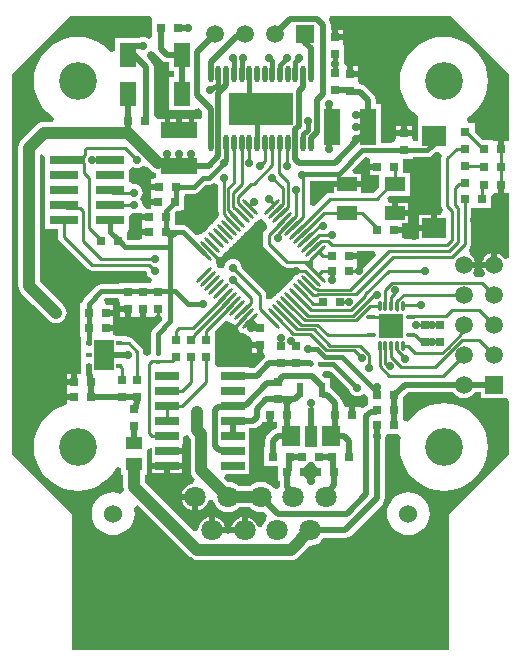
<source format=gtl>
G04*
G04 #@! TF.GenerationSoftware,Altium Limited,Altium Designer,20.0.13 (296)*
G04*
G04 Layer_Physical_Order=1*
G04 Layer_Color=255*
%FSLAX25Y25*%
%MOIN*%
G70*
G01*
G75*
%ADD11C,0.01000*%
%ADD12C,0.02000*%
%ADD20R,0.07874X0.07087*%
%ADD21R,0.02953X0.03150*%
%ADD22R,0.03150X0.03150*%
%ADD23R,0.03150X0.02953*%
%ADD24O,0.03347X0.01181*%
%ADD25O,0.01181X0.03347*%
%ADD26R,0.07087X0.04724*%
%ADD27R,0.09449X0.02992*%
%ADD28R,0.21654X0.11024*%
%ADD29O,0.01772X0.05512*%
%ADD30R,0.05500X0.04200*%
%ADD31R,0.01772X0.01772*%
%ADD32R,0.05500X0.08000*%
%ADD33R,0.12000X0.05400*%
%ADD34R,0.05400X0.12000*%
G04:AMPARAMS|DCode=35|XSize=11.81mil|YSize=70.87mil|CornerRadius=0mil|HoleSize=0mil|Usage=FLASHONLY|Rotation=315.000|XOffset=0mil|YOffset=0mil|HoleType=Round|Shape=Round|*
%AMOVALD35*
21,1,0.05906,0.01181,0.00000,0.00000,45.0*
1,1,0.01181,-0.02088,-0.02088*
1,1,0.01181,0.02088,0.02088*
%
%ADD35OVALD35*%

G04:AMPARAMS|DCode=36|XSize=11.81mil|YSize=70.87mil|CornerRadius=0mil|HoleSize=0mil|Usage=FLASHONLY|Rotation=225.000|XOffset=0mil|YOffset=0mil|HoleType=Round|Shape=Round|*
%AMOVALD36*
21,1,0.05906,0.01181,0.00000,0.00000,315.0*
1,1,0.01181,-0.02088,0.02088*
1,1,0.01181,0.02088,-0.02088*
%
%ADD36OVALD36*%

%ADD37R,0.08000X0.02600*%
G04:AMPARAMS|DCode=38|XSize=68.9mil|YSize=98.43mil|CornerRadius=3.45mil|HoleSize=0mil|Usage=FLASHONLY|Rotation=180.000|XOffset=0mil|YOffset=0mil|HoleType=Round|Shape=RoundedRectangle|*
%AMROUNDEDRECTD38*
21,1,0.06890,0.09153,0,0,180.0*
21,1,0.06201,0.09843,0,0,180.0*
1,1,0.00689,-0.03100,0.04577*
1,1,0.00689,0.03100,0.04577*
1,1,0.00689,0.03100,-0.04577*
1,1,0.00689,-0.03100,-0.04577*
%
%ADD38ROUNDEDRECTD38*%
%ADD39R,0.01968X0.01772*%
%ADD40R,0.01772X0.01772*%
%ADD41R,0.02362X0.05118*%
%ADD42R,0.06400X0.07000*%
%ADD72R,0.07874X0.07874*%
%ADD73C,0.01500*%
%ADD74C,0.04000*%
%ADD75C,0.01700*%
%ADD76C,0.05906*%
%ADD77R,0.05906X0.05906*%
%ADD78C,0.07087*%
%ADD79C,0.06000*%
%ADD80R,0.05906X0.05906*%
%ADD81C,0.02756*%
%ADD82C,0.03150*%
%ADD83C,0.12598*%
G36*
X47169Y165075D02*
Y159008D01*
X46053Y158053D01*
X45451Y158514D01*
X44751Y158804D01*
X44000Y158903D01*
X43249Y158804D01*
X42633Y158549D01*
X39100D01*
X38854Y158500D01*
X34850D01*
Y154320D01*
X33350Y153766D01*
X32599Y154646D01*
X30851Y156138D01*
X28892Y157339D01*
X26769Y158218D01*
X24535Y158755D01*
X22244Y158935D01*
X19953Y158755D01*
X17719Y158218D01*
X15596Y157339D01*
X13637Y156138D01*
X11890Y154646D01*
X10397Y152899D01*
X9197Y150939D01*
X8317Y148817D01*
X7781Y146582D01*
X7600Y144291D01*
X7781Y142001D01*
X8317Y139766D01*
X9197Y137643D01*
X10397Y135684D01*
X11890Y133937D01*
X13637Y132444D01*
X14313Y132030D01*
X13890Y130530D01*
X11000D01*
X10086Y130410D01*
X9235Y130057D01*
X8504Y129496D01*
X3504Y124496D01*
X2943Y123765D01*
X2590Y122914D01*
X2470Y122000D01*
Y76000D01*
X2590Y75086D01*
X2943Y74235D01*
X3504Y73504D01*
X7504Y69504D01*
X10254Y66754D01*
X12504Y64504D01*
X13235Y63943D01*
X14086Y63590D01*
X15000Y63470D01*
X15914Y63590D01*
X16765Y63943D01*
X17496Y64504D01*
X18057Y65235D01*
X18410Y66086D01*
X18530Y67000D01*
X18410Y67914D01*
X18057Y68765D01*
X17496Y69496D01*
X15246Y71746D01*
X12496Y74496D01*
X9530Y77462D01*
Y119467D01*
X9921Y119729D01*
X11421Y118927D01*
Y115004D01*
Y110004D01*
Y105004D01*
Y100004D01*
Y95004D01*
X15607D01*
Y92354D01*
X15762Y91574D01*
X16204Y90912D01*
X25558Y81558D01*
X26220Y81116D01*
X27000Y80961D01*
X45085D01*
X45105Y80941D01*
X45196Y80249D01*
X45486Y79549D01*
X45947Y78947D01*
X46549Y78486D01*
X46924Y78331D01*
X46625Y76831D01*
X35925D01*
Y76440D01*
X30146D01*
X29268Y76265D01*
X28523Y75768D01*
X24378Y71622D01*
X23880Y70878D01*
X23721Y70075D01*
X23024D01*
Y63925D01*
Y58925D01*
X23398D01*
Y54354D01*
Y49585D01*
X23333Y49260D01*
Y46575D01*
X22146D01*
Y44000D01*
X21146D01*
Y43000D01*
X18669D01*
Y41425D01*
Y40000D01*
X21146D01*
Y38000D01*
X18669D01*
Y36425D01*
X18669Y36425D01*
X17719Y36171D01*
X17340Y36014D01*
X15596Y35292D01*
X13637Y34091D01*
X11890Y32599D01*
X10397Y30851D01*
X9197Y28892D01*
X8317Y26769D01*
X7781Y24535D01*
X7600Y22244D01*
X7781Y19953D01*
X8317Y17719D01*
X9197Y15596D01*
X10397Y13637D01*
X11890Y11890D01*
X13637Y10397D01*
X15596Y9197D01*
X17719Y8317D01*
X19953Y7781D01*
X22244Y7600D01*
X24535Y7781D01*
X26769Y8317D01*
X28892Y9197D01*
X30851Y10397D01*
X32599Y11890D01*
X34091Y13637D01*
X35250Y15528D01*
X35394Y15568D01*
X36750Y15197D01*
Y12900D01*
X37470D01*
Y9000D01*
X37590Y8086D01*
X37706Y7807D01*
X37186Y7110D01*
X36555Y6665D01*
X35460Y6997D01*
X34068Y7134D01*
X32676Y6997D01*
X31337Y6591D01*
X30104Y5932D01*
X29023Y5045D01*
X28136Y3964D01*
X27476Y2730D01*
X27070Y1392D01*
X26933Y0D01*
X27070Y-1392D01*
X27476Y-2730D01*
X28136Y-3964D01*
X29023Y-5045D01*
X30104Y-5932D01*
X31337Y-6591D01*
X32676Y-6997D01*
X34068Y-7134D01*
X35460Y-6997D01*
X36798Y-6591D01*
X38031Y-5932D01*
X39112Y-5045D01*
X40000Y-3964D01*
X40659Y-2730D01*
X41065Y-1392D01*
X41202Y0D01*
X41065Y1392D01*
X40878Y2008D01*
X42204Y2803D01*
X59504Y-14496D01*
X59504Y-14496D01*
X60235Y-15057D01*
X61086Y-15410D01*
X62000Y-15530D01*
X93268D01*
X94181Y-15410D01*
X95033Y-15057D01*
X95764Y-14496D01*
X99584Y-10676D01*
X99668Y-10687D01*
X100984Y-10514D01*
X102211Y-10005D01*
X103265Y-9197D01*
X104073Y-8143D01*
X104112Y-8049D01*
X111500D01*
X112476Y-7855D01*
X113302Y-7302D01*
X123948Y3343D01*
X124501Y4170D01*
X124695Y5146D01*
Y24985D01*
X124804Y25249D01*
X124903Y26000D01*
X125276Y26425D01*
X129070D01*
X129999Y25247D01*
X129828Y24535D01*
X129648Y22244D01*
X129828Y19953D01*
X130365Y17719D01*
X131244Y15596D01*
X132444Y13637D01*
X133937Y11890D01*
X135684Y10397D01*
X137643Y9197D01*
X139766Y8317D01*
X142001Y7781D01*
X144291Y7600D01*
X146582Y7781D01*
X148817Y8317D01*
X150939Y9197D01*
X152899Y10397D01*
X154646Y11890D01*
X156138Y13637D01*
X157339Y15596D01*
X158218Y17719D01*
X158755Y19953D01*
X158935Y22244D01*
X158755Y24535D01*
X158218Y26769D01*
X157339Y28892D01*
X156138Y30851D01*
X154646Y32599D01*
X152899Y34091D01*
X150939Y35292D01*
X148817Y36171D01*
X146582Y36707D01*
X144291Y36888D01*
X142001Y36707D01*
X139766Y36171D01*
X137643Y35292D01*
X135684Y34091D01*
X133937Y32599D01*
X132444Y30851D01*
X132331Y30666D01*
X130831Y31089D01*
Y36425D01*
Y38970D01*
X132312Y40451D01*
X147343D01*
X147824Y39824D01*
X148754Y39110D01*
X149838Y38662D01*
X151000Y38509D01*
X152162Y38662D01*
X153246Y39110D01*
X154176Y39824D01*
X154657Y40451D01*
X156547D01*
Y38547D01*
X165453D01*
X166000Y37274D01*
Y20000D01*
X146000Y0D01*
Y-45500D01*
X20500D01*
Y0D01*
X500Y20000D01*
Y146500D01*
X20000Y166000D01*
X46053D01*
X47169Y165075D01*
D02*
G37*
G36*
X47673Y153940D02*
X47791Y153879D01*
X48343Y153052D01*
X50198Y151198D01*
X51025Y150645D01*
X52000Y150451D01*
X52650D01*
Y147500D01*
X54351D01*
Y145500D01*
X52650D01*
Y134500D01*
X61150D01*
Y134680D01*
X62536Y135255D01*
X63739Y134052D01*
X63714Y132359D01*
X63000Y131700D01*
X62585Y131700D01*
X57000D01*
Y128000D01*
X55000D01*
Y131700D01*
X49331D01*
X49000Y131700D01*
X47831Y132498D01*
Y134075D01*
X47549D01*
Y148850D01*
X47355Y149826D01*
X46802Y150652D01*
X45551Y151904D01*
X45515Y152478D01*
X45813Y153763D01*
X46053Y153947D01*
X46207Y154149D01*
X47673Y153940D01*
D02*
G37*
G36*
X166000Y146500D02*
Y124075D01*
X164453D01*
Y121500D01*
X162453D01*
Y124075D01*
X160878D01*
X160622Y124575D01*
X157262D01*
X154575Y127262D01*
Y130331D01*
X152320D01*
X151897Y131831D01*
X152899Y132444D01*
X154646Y133937D01*
X156138Y135684D01*
X157339Y137643D01*
X158218Y139766D01*
X158755Y142001D01*
X158935Y144291D01*
X158755Y146582D01*
X158218Y148817D01*
X157339Y150939D01*
X156138Y152899D01*
X154646Y154646D01*
X152899Y156138D01*
X150939Y157339D01*
X148817Y158218D01*
X146582Y158755D01*
X144291Y158935D01*
X142001Y158755D01*
X139766Y158218D01*
X137643Y157339D01*
X135684Y156138D01*
X133937Y154646D01*
X132444Y152899D01*
X131244Y150939D01*
X130365Y148817D01*
X129828Y146582D01*
X129648Y144291D01*
X129828Y142001D01*
X130365Y139766D01*
X131244Y137643D01*
X132444Y135684D01*
X133937Y133937D01*
X135684Y132444D01*
X135760Y132398D01*
X135563Y130898D01*
X135563D01*
Y124151D01*
X134075Y124122D01*
X133575Y125416D01*
Y125854D01*
X131000D01*
X128425D01*
Y125415D01*
X127925Y124122D01*
X126639Y123440D01*
X123200D01*
Y136500D01*
X121549D01*
Y138000D01*
X121355Y138976D01*
X120802Y139802D01*
X118279Y142326D01*
X117452Y142879D01*
X116476Y143073D01*
X116396D01*
X116075Y143526D01*
Y143976D01*
X115575Y144232D01*
Y145709D01*
X113000D01*
Y146709D01*
X112000D01*
Y149336D01*
X111075Y150169D01*
Y156122D01*
X110575Y156378D01*
Y157854D01*
X108000D01*
Y158854D01*
X107000D01*
Y161331D01*
X106549D01*
Y163000D01*
X106355Y163976D01*
X106005Y164500D01*
X106504Y166000D01*
X146500D01*
X166000Y146500D01*
D02*
G37*
G36*
X45603Y115504D02*
X46604Y114504D01*
X47335Y113943D01*
X48186Y113590D01*
X48500Y113549D01*
Y111800D01*
X47093Y111575D01*
X46815D01*
Y110000D01*
X49291D01*
Y108000D01*
X46815D01*
Y106575D01*
X46669D01*
Y105000D01*
X49146D01*
Y103000D01*
X46669D01*
Y101575D01*
X45148D01*
X44929Y101685D01*
X43903Y103000D01*
X43804Y103751D01*
X43514Y104451D01*
X43093Y105000D01*
X43514Y105549D01*
X43804Y106249D01*
X43903Y107000D01*
X43804Y107751D01*
X43514Y108451D01*
X43053Y109053D01*
X42451Y109514D01*
X41751Y109804D01*
X41000Y109903D01*
X40724Y109866D01*
X40641Y109874D01*
X39599Y110564D01*
X39224Y111003D01*
Y114611D01*
X40062Y115165D01*
X40724Y115413D01*
X41249Y115196D01*
X42000Y115097D01*
X42751Y115196D01*
X43451Y115486D01*
X44053Y115947D01*
X45603Y115504D01*
D02*
G37*
G36*
X119669Y118075D02*
Y116500D01*
X122146D01*
Y114500D01*
X119669D01*
Y112925D01*
X122831D01*
Y108746D01*
X121124Y107039D01*
X116669D01*
Y108724D01*
X112126D01*
X107583D01*
Y107039D01*
X106392D01*
X105612Y106884D01*
X104950Y106442D01*
X100925Y102417D01*
X99539Y102991D01*
Y111042D01*
X107583D01*
Y110724D01*
X112126D01*
X116669D01*
Y113087D01*
X114291D01*
X113717Y114472D01*
X118096Y118852D01*
X118491D01*
X119669Y118075D01*
D02*
G37*
G36*
X43055Y100000D02*
X46146D01*
Y98000D01*
X43669D01*
Y96425D01*
Y95000D01*
X46146D01*
Y93000D01*
X43669D01*
Y91425D01*
X42224Y91294D01*
X38950D01*
X38831Y91414D01*
Y93667D01*
X39224Y95004D01*
X39224Y95004D01*
X39224Y95004D01*
Y98997D01*
X39598Y99434D01*
X40646Y100127D01*
X40724Y100134D01*
X41000Y100097D01*
X41751Y100196D01*
X42169Y100369D01*
X43055Y100000D01*
D02*
G37*
G36*
X68961Y109458D02*
Y99760D01*
X69116Y98980D01*
X68393Y97904D01*
X67702Y97442D01*
X67240Y96750D01*
X67200Y96551D01*
X67001Y96512D01*
X66310Y96050D01*
X65848Y95358D01*
X65808Y95159D01*
X65610Y95120D01*
X64918Y94658D01*
X64456Y93966D01*
X64416Y93767D01*
X64218Y93728D01*
X63526Y93266D01*
X63445Y93145D01*
X61875Y92816D01*
X61596Y92872D01*
X58846Y95622D01*
X58102Y96119D01*
X57224Y96294D01*
X54831D01*
Y100634D01*
X55122Y100925D01*
X57831D01*
Y105925D01*
X57976D01*
Y106706D01*
X61000D01*
X61878Y106880D01*
X62622Y107378D01*
X64950Y109706D01*
X66000D01*
X66878Y109880D01*
X67083Y110017D01*
X67738Y110266D01*
X68961Y109458D01*
D02*
G37*
G36*
X142750Y120478D02*
X143593Y119165D01*
X143461Y118500D01*
Y102500D01*
X143616Y101720D01*
X143971Y101189D01*
X143848Y100676D01*
X143306Y99689D01*
X142000D01*
Y95146D01*
X141000D01*
Y94146D01*
X136063D01*
Y91539D01*
X131671D01*
X130331Y91925D01*
Y93500D01*
X127854D01*
Y95500D01*
X130331D01*
Y96913D01*
X132417D01*
Y99276D01*
X127874D01*
Y100276D01*
X126874D01*
Y103638D01*
X126074D01*
X125411Y105122D01*
X125997Y105862D01*
X132917D01*
Y113587D01*
X130831D01*
Y118169D01*
X134075D01*
Y118852D01*
X138791D01*
X139669Y119026D01*
X140413Y119524D01*
X141491Y120601D01*
X142750Y120478D01*
D02*
G37*
G36*
X164453Y106925D02*
X166000D01*
Y85178D01*
X164500Y84879D01*
X164453Y84993D01*
X163819Y85819D01*
X162993Y86453D01*
X162032Y86851D01*
X162000Y86855D01*
Y83000D01*
X161000D01*
Y82000D01*
X157145D01*
X157149Y81968D01*
X157547Y81007D01*
X158077Y80317D01*
X157948Y79835D01*
X157343Y78933D01*
X157047Y78992D01*
X154733D01*
X154391Y79437D01*
X154058Y80492D01*
X154453Y81007D01*
X154851Y81968D01*
X154855Y82000D01*
X151000D01*
Y84000D01*
X154855D01*
X154851Y84032D01*
X154453Y84993D01*
X153819Y85819D01*
X152993Y86453D01*
X152968Y86463D01*
X152616Y88232D01*
X152918Y88534D01*
X153360Y89196D01*
X153516Y89976D01*
Y101909D01*
X160161D01*
Y105722D01*
X160580Y106425D01*
X160622D01*
X160878Y106925D01*
X162453D01*
Y109500D01*
X164453D01*
Y106925D01*
D02*
G37*
G36*
X121691Y86075D02*
X116717Y81100D01*
X115331Y81674D01*
Y83425D01*
Y85000D01*
X112854D01*
Y87000D01*
X115331D01*
Y87461D01*
X121117D01*
X121691Y86075D01*
D02*
G37*
G36*
X84034Y97957D02*
X84366Y97686D01*
X84684Y97211D01*
X85011Y96992D01*
X85365Y95592D01*
X85362Y95254D01*
X84558Y94451D01*
X84116Y93789D01*
X83961Y93009D01*
Y90000D01*
X84116Y89220D01*
X84558Y88558D01*
X90558Y82558D01*
X91220Y82116D01*
X92000Y81961D01*
X94775D01*
X95528Y80528D01*
X95119Y79530D01*
X94427Y79068D01*
X93965Y78376D01*
X93926Y78178D01*
X93727Y78138D01*
X93035Y77676D01*
X92573Y76985D01*
X92534Y76786D01*
X92335Y76746D01*
X91643Y76284D01*
X91181Y75593D01*
X91142Y75394D01*
X90943Y75354D01*
X90251Y74892D01*
X89789Y74201D01*
X89750Y74002D01*
X89551Y73962D01*
X88859Y73500D01*
X88397Y72809D01*
X88358Y72610D01*
X88159Y72570D01*
X87467Y72108D01*
X87005Y71417D01*
X85504Y71463D01*
X85099Y71635D01*
X85039Y71690D01*
Y73000D01*
X84884Y73780D01*
X84442Y74442D01*
X76901Y81983D01*
X76903Y82000D01*
X76804Y82751D01*
X76514Y83451D01*
X76053Y84053D01*
X75451Y84514D01*
X74751Y84804D01*
X74000Y84903D01*
X73249Y84804D01*
X72549Y84514D01*
X71947Y84053D01*
X71486Y83451D01*
X71196Y82751D01*
X71097Y82000D01*
X71043Y81946D01*
X69324Y81852D01*
X68849Y82169D01*
X68578Y82501D01*
X68221Y83724D01*
X68395Y83983D01*
X68551Y84768D01*
X68964Y85044D01*
X69240Y85457D01*
X70025Y85614D01*
X70716Y86076D01*
X71178Y86767D01*
X71218Y86966D01*
X71417Y87005D01*
X72108Y87467D01*
X72570Y88159D01*
X72610Y88358D01*
X72809Y88397D01*
X73500Y88859D01*
X73962Y89551D01*
X74002Y89750D01*
X74201Y89789D01*
X74892Y90251D01*
X75354Y90943D01*
X75394Y91142D01*
X75593Y91181D01*
X76284Y91643D01*
X76746Y92335D01*
X76786Y92534D01*
X76985Y92573D01*
X77676Y93035D01*
X78138Y93727D01*
X78178Y93926D01*
X78376Y93965D01*
X79068Y94427D01*
X79530Y95119D01*
X79570Y95318D01*
X79768Y95357D01*
X80460Y95819D01*
X80922Y96511D01*
X80962Y96710D01*
X81160Y96749D01*
X81852Y97211D01*
X82169Y97686D01*
X82501Y97957D01*
X83268Y98181D01*
X84034Y97957D01*
D02*
G37*
G36*
X71604Y64256D02*
X73028Y63888D01*
X73270Y63526D01*
X73961Y63064D01*
X74746Y62908D01*
X75022Y62495D01*
X75435Y62218D01*
X75591Y61434D01*
X76054Y60742D01*
X76745Y60280D01*
X77561Y60118D01*
X77783Y60162D01*
X77947Y59947D01*
X78549Y59486D01*
X79176Y59226D01*
X79277Y59178D01*
X79994Y58700D01*
X80425Y57585D01*
Y57146D01*
X83000D01*
Y56146D01*
X84000D01*
Y53669D01*
X84219D01*
X84674Y52169D01*
X84343Y51948D01*
X81000Y48605D01*
X79500Y48684D01*
Y48800D01*
X69422D01*
X68411Y49077D01*
X68075Y50124D01*
Y54878D01*
Y60831D01*
X68075Y60831D01*
X68075D01*
X69005Y61945D01*
X71325Y64265D01*
X71604Y64256D01*
D02*
G37*
G36*
X35925Y71564D02*
Y70878D01*
X36425Y70622D01*
Y69146D01*
X39000D01*
Y68146D01*
X40000D01*
Y65669D01*
X43000D01*
Y68146D01*
X45000D01*
Y65669D01*
X49304D01*
X49925Y64169D01*
X47378Y61622D01*
X46880Y60878D01*
X46706Y60000D01*
Y55961D01*
X46614D01*
Y53308D01*
X45333Y52546D01*
X44039Y53157D01*
Y54000D01*
X43884Y54780D01*
X43442Y55442D01*
X40702Y58182D01*
X40040Y58624D01*
X39260Y58779D01*
X38602D01*
Y59126D01*
X35561D01*
X34185Y59425D01*
X34185Y60219D01*
Y61000D01*
X31709D01*
Y63000D01*
X34185D01*
Y64425D01*
Y66000D01*
X31709D01*
Y68000D01*
X34185D01*
Y69575D01*
X31538D01*
X30877Y71048D01*
X31502Y71852D01*
X35772D01*
X35925Y71564D01*
D02*
G37*
G36*
X106920Y47336D02*
X112649Y41607D01*
X112696Y41249D01*
X112986Y40549D01*
X113447Y39947D01*
X114049Y39486D01*
X114749Y39196D01*
X115500Y39097D01*
X116251Y39196D01*
X116951Y39486D01*
X117553Y39947D01*
X117825Y39966D01*
X119169Y38954D01*
Y36324D01*
X118950Y36280D01*
X118123Y35728D01*
X117685Y35290D01*
X116185Y35575D01*
Y35575D01*
X114709D01*
Y33000D01*
X112709D01*
Y35575D01*
X111232D01*
X110976Y36075D01*
X110952D01*
X110549Y36792D01*
Y36874D01*
X110355Y37850D01*
X109802Y38676D01*
X107102Y41377D01*
X106421Y41832D01*
Y45193D01*
X104664D01*
X103791Y46066D01*
X104321Y47441D01*
X105535Y47614D01*
X105535D01*
X106920Y47336D01*
D02*
G37*
G36*
X101000Y29307D02*
X102000D01*
Y22075D01*
X98000D01*
Y29307D01*
X99000D01*
Y32866D01*
X101000D01*
Y29307D01*
D02*
G37*
G36*
X59000Y26160D02*
X59504Y25504D01*
X59970Y25038D01*
Y14468D01*
X60090Y13554D01*
X60443Y12703D01*
X61004Y11971D01*
X61318Y11657D01*
X60764Y10090D01*
X60282Y10026D01*
X59176Y9569D01*
X58227Y8840D01*
X57499Y7891D01*
X57041Y6786D01*
X57017Y6600D01*
X61468D01*
Y5600D01*
X62468D01*
Y1149D01*
X62654Y1174D01*
X63759Y1631D01*
X64708Y2360D01*
X65436Y3309D01*
X65894Y4414D01*
X65909Y4528D01*
X67422Y4528D01*
X67454Y4283D01*
X67962Y3057D01*
X68771Y2003D01*
X69824Y1195D01*
X71051Y686D01*
X72368Y513D01*
X73684Y686D01*
X74911Y1195D01*
X75965Y2003D01*
X76016Y2070D01*
X79620D01*
X79671Y2003D01*
X80724Y1195D01*
X81951Y686D01*
X83268Y513D01*
X84057Y617D01*
X85257Y-522D01*
X85171Y-2003D01*
X84362Y-3057D01*
X83854Y-4283D01*
X83822Y-4528D01*
X82309Y-4528D01*
X82294Y-4414D01*
X81836Y-3309D01*
X81108Y-2360D01*
X80159Y-1631D01*
X79054Y-1174D01*
X78868Y-1149D01*
Y-5600D01*
X77868D01*
Y-6600D01*
X72648D01*
X72418Y-6891D01*
X72188Y-6600D01*
X66968D01*
Y-5600D01*
X65968D01*
Y-1149D01*
X65782Y-1174D01*
X64676Y-1631D01*
X63727Y-2360D01*
X62999Y-3309D01*
X62541Y-4414D01*
X62423Y-5310D01*
X61644Y-5762D01*
X60915Y-5922D01*
X44530Y10462D01*
Y12900D01*
X45250D01*
Y19900D01*
Y21103D01*
X46750Y21933D01*
X47000Y21776D01*
X47000Y18700D01*
X47000Y17200D01*
Y17000D01*
X52000D01*
X57000D01*
Y17200D01*
X57000Y18300D01*
X57000Y19800D01*
Y20000D01*
X52000D01*
Y22000D01*
X57000D01*
Y23200D01*
X57500D01*
Y25555D01*
X58846Y26171D01*
X59000Y26160D01*
D02*
G37*
G36*
X87291Y30425D02*
X88600D01*
Y28469D01*
X88024Y28355D01*
X87198Y27802D01*
X85489Y26094D01*
X84936Y25267D01*
X84742Y24291D01*
Y22075D01*
X84315D01*
Y15925D01*
X89169D01*
Y10925D01*
X89597D01*
Y8998D01*
X89168Y8455D01*
X88741Y8366D01*
X87347Y8569D01*
X86865Y9197D01*
X85811Y10005D01*
X84584Y10514D01*
X83268Y10687D01*
X81951Y10514D01*
X80724Y10005D01*
X79671Y9197D01*
X79620Y9130D01*
X76016D01*
X75965Y9197D01*
X74911Y10005D01*
X73684Y10514D01*
X72368Y10687D01*
X72284Y10676D01*
X71146Y11814D01*
X71720Y13200D01*
X79500D01*
Y18200D01*
Y23200D01*
Y28451D01*
X80828D01*
X81804Y28645D01*
X82631Y29198D01*
X83802Y30369D01*
X83840Y30425D01*
X85291D01*
Y33000D01*
X87291D01*
Y30425D01*
D02*
G37*
%LPC*%
G36*
X20146Y46575D02*
X18669D01*
Y45000D01*
X20146D01*
Y46575D01*
D02*
G37*
G36*
X132468Y7134D02*
X131076Y6997D01*
X129737Y6591D01*
X128504Y5932D01*
X127423Y5045D01*
X126536Y3964D01*
X125876Y2730D01*
X125470Y1392D01*
X125333Y0D01*
X125470Y-1392D01*
X125876Y-2730D01*
X126536Y-3964D01*
X127423Y-5045D01*
X128504Y-5932D01*
X129737Y-6591D01*
X131076Y-6997D01*
X132468Y-7134D01*
X133860Y-6997D01*
X135198Y-6591D01*
X136431Y-5932D01*
X137513Y-5045D01*
X138400Y-3964D01*
X139059Y-2730D01*
X139465Y-1392D01*
X139602Y0D01*
X139465Y1392D01*
X139059Y2730D01*
X138400Y3964D01*
X137513Y5045D01*
X136431Y5932D01*
X135198Y6591D01*
X133860Y6997D01*
X132468Y7134D01*
D02*
G37*
G36*
X110575Y161331D02*
X109000D01*
Y159854D01*
X110575D01*
Y161331D01*
D02*
G37*
G36*
X115575Y149185D02*
X114000D01*
Y147709D01*
X115575D01*
Y149185D01*
D02*
G37*
G36*
X133575Y129331D02*
X132000D01*
Y127854D01*
X133575D01*
Y129331D01*
D02*
G37*
G36*
X130000D02*
X128425D01*
Y127854D01*
X130000D01*
Y129331D01*
D02*
G37*
G36*
X132417Y103638D02*
X128874D01*
Y101276D01*
X132417D01*
Y103638D01*
D02*
G37*
G36*
X140000Y99689D02*
X136063D01*
Y96146D01*
X140000D01*
Y99689D01*
D02*
G37*
G36*
X160000Y86855D02*
X159968Y86851D01*
X159007Y86453D01*
X158181Y85819D01*
X157547Y84993D01*
X157149Y84032D01*
X157145Y84000D01*
X160000D01*
Y86855D01*
D02*
G37*
G36*
X82000Y55146D02*
X80425D01*
Y53669D01*
X82000D01*
Y55146D01*
D02*
G37*
G36*
X38000Y67146D02*
X36425D01*
Y65669D01*
X38000D01*
Y67146D01*
D02*
G37*
G36*
X57000Y15000D02*
X53000D01*
Y13700D01*
X57000D01*
Y15000D01*
D02*
G37*
G36*
X51000D02*
X47000D01*
Y13700D01*
X51000D01*
Y15000D01*
D02*
G37*
G36*
X60468Y4600D02*
X57017D01*
X57041Y4414D01*
X57499Y3309D01*
X58227Y2360D01*
X59176Y1631D01*
X60282Y1174D01*
X60468Y1149D01*
Y4600D01*
D02*
G37*
G36*
X76868Y-1149D02*
X76682Y-1174D01*
X75577Y-1631D01*
X74627Y-2360D01*
X73899Y-3309D01*
X73441Y-4414D01*
X73417Y-4600D01*
X76868D01*
Y-1149D01*
D02*
G37*
G36*
X67968D02*
Y-4600D01*
X71419D01*
X71394Y-4414D01*
X70936Y-3309D01*
X70208Y-2360D01*
X69259Y-1631D01*
X68154Y-1174D01*
X67968Y-1149D01*
D02*
G37*
%LPD*%
D11*
X151500Y127354D02*
X151598D01*
X156378Y122575D01*
X156472D01*
X157547Y121500D01*
X157193Y115854D02*
X157547Y115500D01*
X151500Y115854D02*
X157193D01*
X157185Y109138D02*
X157547Y109500D01*
X157185Y104984D02*
Y109138D01*
X163453Y109500D02*
Y115500D01*
Y121500D01*
X109976Y70622D02*
X112637D01*
X112854Y81000D02*
X116000D01*
X118075Y72697D02*
Y73075D01*
X126000Y81000D01*
X138000D01*
X124839Y69240D02*
Y74701D01*
X157047Y76953D02*
X161000Y73000D01*
X127090Y76953D02*
X157047D01*
X124839Y74701D02*
X127090Y76953D01*
X128000Y73500D02*
Y74500D01*
X126807Y72307D02*
X128000Y73500D01*
X126807Y69240D02*
Y72307D01*
X128985Y71122D02*
X130863Y73000D01*
X151000D01*
X128776Y71122D02*
X128985D01*
X128776Y67963D02*
Y71122D01*
X121000Y73000D02*
X122000D01*
X114000Y66000D02*
X121000Y73000D01*
X102235Y74578D02*
X113078D01*
X126000Y87500D02*
X146000D01*
X113078Y74578D02*
X126000Y87500D01*
X114953Y73075D02*
X127379Y85500D01*
X147000D01*
X151476Y89976D01*
X146000Y87500D02*
X149000Y90500D01*
X151476Y89976D02*
Y104984D01*
X149000Y90500D02*
Y102000D01*
X151354Y110000D02*
X151500Y110146D01*
X149500Y110000D02*
X151354D01*
X148000Y103000D02*
Y108500D01*
X149500Y110000D01*
X148000Y103000D02*
X149000Y102000D01*
X147000Y91121D02*
Y101000D01*
X107137Y89500D02*
X145379D01*
X147000Y91121D01*
X145500Y102500D02*
X147000Y101000D01*
X101537Y74742D02*
X102071D01*
X102235Y74578D01*
X99414Y76865D02*
X101537Y74742D01*
X100110Y81737D02*
Y84848D01*
X100076Y81771D02*
Y83187D01*
X100544Y73000D02*
X102180D01*
X102255Y73075D01*
X109854Y70500D02*
X109976Y70622D01*
X102255Y73075D02*
X114953D01*
X98022Y75473D02*
X98071D01*
X100544Y73000D01*
X105818Y90819D02*
X107137Y89500D01*
X148646Y121646D02*
X151500D01*
X145500Y118500D02*
X148646Y121646D01*
X145500Y102500D02*
Y118500D01*
X100806Y88279D02*
X100855D01*
X103395Y90819D01*
X105818D01*
X99143Y66000D02*
X114000D01*
X93846Y71297D02*
X99143Y66000D01*
X113303Y67925D02*
X118075Y72697D01*
X100002Y67925D02*
X113303D01*
X95238Y72689D02*
X100002Y67925D01*
X95292Y61500D02*
X100860D01*
X99576Y60000D02*
X105076Y54500D01*
X115000Y64500D02*
X119797Y69297D01*
X96576Y63000D02*
X102144D01*
X122870Y69380D02*
Y69693D01*
X97909Y64500D02*
X115000D01*
X122786Y69297D02*
X122870Y69380D01*
X94008Y60000D02*
X99576D01*
X102144Y63000D02*
X105549Y59595D01*
X100860Y61500D02*
X106360Y56000D01*
X119797Y69297D02*
X122786D01*
X100711Y70000D02*
X103146D01*
X96630Y74081D02*
X100711Y70000D01*
X92503Y69905D02*
X97909Y64500D01*
X91063Y68513D02*
X96576Y63000D01*
X89671Y67121D02*
X95292Y61500D01*
X88279Y65729D02*
X94008Y60000D01*
X92454Y69905D02*
X92503D01*
X137927Y62927D02*
X138000Y62854D01*
X135073Y62927D02*
X137927D01*
X135000Y63000D02*
X135073Y62927D01*
X49000Y65000D02*
Y68146D01*
X73027Y60500D02*
X78257Y65729D01*
X79429Y116872D02*
Y123386D01*
X100000Y32866D02*
Y37000D01*
X138000Y57146D02*
X143000D01*
X137031D02*
X138000D01*
X134583Y59595D02*
X137031Y57146D01*
X133500Y59595D02*
X134583D01*
X123854Y65500D02*
X126807Y62547D01*
X120114Y65500D02*
X123854D01*
X124839Y69240D02*
X124839Y69240D01*
X130744Y55854D02*
X132390D01*
X128810Y54456D02*
X131500Y51766D01*
Y51500D02*
Y51766D01*
X141441Y49000D02*
X147047Y54606D01*
X130000Y49000D02*
X141441D01*
X126807Y52193D02*
X130000Y49000D01*
X128810Y54456D02*
Y55820D01*
X128776Y55854D02*
X128810Y55820D01*
X126807Y52193D02*
Y56717D01*
X134744Y53500D02*
X143820D01*
X132390Y55854D02*
X134744Y53500D01*
X117905Y59595D02*
X117905Y59595D01*
X105549Y59595D02*
X117905D01*
X117905Y59595D02*
X120114D01*
X106360Y56000D02*
X116363D01*
X119500Y52863D01*
Y48500D02*
Y52863D01*
X122870Y49130D02*
Y55854D01*
X124839Y49991D02*
X124897D01*
X125836Y49051D01*
X126311D01*
X122870Y49130D02*
X126000Y46000D01*
X122835Y55889D02*
X122870Y55854D01*
X150061Y62061D02*
X151000Y63000D01*
X145547Y55259D02*
X150061Y59773D01*
Y62061D01*
X143820Y53500D02*
X145547Y55228D01*
Y55259D01*
X147047Y54637D02*
X150410Y58000D01*
X147047Y54606D02*
Y54637D01*
X150410Y58000D02*
X156000D01*
X93846Y95238D02*
X97500Y98892D01*
Y112025D01*
X97000Y112525D02*
X97500Y112025D01*
X97000Y112525D02*
Y113000D01*
X89671Y99414D02*
X92500Y102244D01*
X89378Y113622D02*
X92500Y110500D01*
Y102244D02*
Y110500D01*
X88279Y100855D02*
X90565Y103142D01*
Y108435D01*
X87000Y112000D02*
X90565Y108435D01*
X88279Y100806D02*
Y100855D01*
X95000Y99225D02*
Y108000D01*
X92454Y96630D02*
Y96679D01*
X95000Y99225D01*
Y81000D02*
X98014D01*
X100757Y78257D02*
X100806D01*
X98014Y81000D02*
X100757Y78257D01*
X27000Y118000D02*
X33000D01*
X24403Y113597D02*
Y116597D01*
X26000Y95244D02*
Y112000D01*
X24403Y113597D02*
X26000Y112000D01*
X18516Y118870D02*
X19386Y118000D01*
X23870Y117130D02*
X24403Y116597D01*
X17646Y118000D02*
X19386D01*
X23000D01*
X23870Y117130D01*
X20256D02*
X23870D01*
X24653Y119653D02*
Y121414D01*
X25238Y122000D01*
X38000D01*
X23870Y118870D02*
X24653Y119653D01*
X23000Y118000D02*
X23870Y118870D01*
Y117130D02*
Y118870D01*
X18516D02*
X23870D01*
X71000Y85000D02*
X72000Y86000D01*
X69008Y85000D02*
X71000D01*
X65729Y88279D02*
X65729D01*
X69008Y85000D01*
X107000Y80854D02*
X107146Y81000D01*
X103550D02*
X107146D01*
X102198Y79649D02*
X103550Y81000D01*
X102198Y79649D02*
X102198D01*
X100110Y84848D02*
X102149Y86887D01*
X102632Y87370D01*
X104169Y86000D02*
X107146D01*
X102799Y87370D02*
X104169Y86000D01*
X102632Y87370D02*
X102799D01*
X100110Y81737D02*
X102198Y79649D01*
X100076Y81771D02*
X100110Y81737D01*
X99262Y84000D02*
X100110Y84848D01*
X98923Y82923D02*
X100076Y81771D01*
X99262Y84000D02*
X100076Y83187D01*
X98000Y83847D02*
X98923Y82923D01*
X99262Y83262D01*
Y84000D01*
X98000D02*
X99262D01*
X92000D02*
X98000D01*
Y83847D02*
Y84000D01*
X102149Y86887D02*
X102198D01*
X86000Y90000D02*
X92000Y84000D01*
X86000Y90000D02*
Y93009D01*
X91014Y98022D02*
X91063D01*
X86000Y93009D02*
X91014Y98022D01*
X89000Y93225D02*
X92405Y96630D01*
X89000Y92000D02*
Y93225D01*
X92405Y96630D02*
X92454D01*
X82829Y61927D02*
X82902Y61854D01*
X80093Y64663D02*
X82829Y61927D01*
X79649Y64337D02*
X79975Y64663D01*
X80093D01*
X82902Y61854D02*
X83000D01*
X34000Y107000D02*
X41000D01*
X33000Y108000D02*
X34000Y107000D01*
X19386Y118000D02*
X20256Y117130D01*
X18516D02*
X20256D01*
X17646Y118000D02*
X18516Y117130D01*
X30146Y91000D02*
Y91098D01*
X26000Y95244D02*
X30146Y91098D01*
X22994Y102006D02*
X24000Y101000D01*
Y91000D02*
X30000Y85000D01*
X24000Y91000D02*
Y101000D01*
X18639Y102006D02*
X22994D01*
X17646Y103000D02*
X18639Y102006D01*
X30000Y85000D02*
X48000D01*
X17646Y92354D02*
X27000Y83000D01*
X17646Y92354D02*
Y98000D01*
X27000Y83000D02*
X45930D01*
X114500Y54500D02*
X117000Y52000D01*
X105076Y54500D02*
X114500D01*
X124839Y49991D02*
Y55854D01*
X126000Y46000D02*
X144000D01*
X151000Y53000D01*
X156000Y58000D02*
X161000Y53000D01*
X130744Y69240D02*
Y69310D01*
X130828Y69394D01*
X136653D01*
X136807Y69547D01*
X156000Y68000D02*
X161000Y63000D01*
X147000Y68000D02*
X156000D01*
X134693Y65953D02*
X144953D01*
X147000Y68000D01*
X71000Y99760D02*
Y112000D01*
X87000D02*
X87000D01*
X89378Y113622D02*
Y123098D01*
X89665Y123386D01*
X81000Y110000D02*
X87106Y116106D01*
X80000Y110000D02*
X81000D01*
X87106Y116106D02*
Y123386D01*
X83000Y116000D02*
X84547Y117547D01*
X92000Y116000D02*
Y123161D01*
X92224Y123386D01*
X52000Y41000D02*
X57000D01*
X60000Y44000D01*
Y52146D01*
X65000Y44000D02*
Y52146D01*
X57000Y36000D02*
X65000Y44000D01*
X52000Y36000D02*
X57000D01*
X52000Y31000D02*
Y36000D01*
X74000Y82000D02*
X74000D01*
X83000Y68224D02*
Y73000D01*
X74000Y82000D02*
X83000Y73000D01*
X76865Y67121D02*
Y67170D01*
X80000Y70305D02*
Y72000D01*
X76865Y67170D02*
X80000Y70305D01*
X74000Y78000D02*
X80000Y72000D01*
X83000Y68224D02*
X86887Y64337D01*
X55000Y57854D02*
Y61000D01*
X56000Y62000D01*
X60608D01*
X71297Y72689D01*
X61075Y59683D02*
X72689Y71297D01*
X61075Y58831D02*
Y59683D01*
X60098Y57854D02*
X61075Y58831D01*
X60000Y57854D02*
X60098D01*
X65000Y60824D02*
X74081Y69905D01*
X65000Y57854D02*
Y60824D01*
X128000Y109850D02*
Y115000D01*
X127874Y109724D02*
X128000Y109850D01*
X112126Y100276D02*
X116969D01*
X122146Y95098D01*
Y95000D02*
Y95098D01*
X126693Y109724D02*
X127874D01*
X121968Y105000D02*
X126693Y109724D01*
X106392Y105000D02*
X121968D01*
X95238Y93846D02*
X106392Y105000D01*
X104451Y100276D02*
X112126D01*
X96630Y92454D02*
X104451Y100276D01*
X102980Y96000D02*
X104000D01*
X102744Y93000D02*
X107000D01*
X49000Y51000D02*
X54000D01*
X99414Y89671D02*
X99414D01*
X102744Y93000D01*
X98022Y91063D02*
X98043D01*
X102980Y96000D01*
X86887Y102198D02*
X87785Y103096D01*
Y103215D01*
X86000Y105000D02*
X87785Y103215D01*
X79483Y102364D02*
X79649Y102198D01*
X79483Y102364D02*
Y102482D01*
X81000Y104000D01*
Y104000D01*
X75622Y105622D02*
X80000Y110000D01*
X76870Y109870D02*
Y123386D01*
X74000Y107000D02*
X76870Y109870D01*
X74000Y102279D02*
Y107000D01*
X75622Y103490D02*
Y105622D01*
X74311Y110311D02*
Y123386D01*
X72500Y108500D02*
X74311Y110311D01*
X72500Y101044D02*
Y108500D01*
X71000Y99760D02*
X74081Y96679D01*
X72500Y101044D02*
X75473Y98071D01*
X75622Y103490D02*
X78257Y100855D01*
X74000Y102279D02*
X76865Y99414D01*
X74081Y96630D02*
Y96679D01*
X75473Y98022D02*
Y98071D01*
X84547Y117547D02*
Y123386D01*
X78257Y100806D02*
Y100855D01*
X38000Y122000D02*
X42000Y118000D01*
X17646D02*
X18516Y118870D01*
X47930Y81000D02*
X48000D01*
X45930Y83000D02*
X47930Y81000D01*
X36118Y56740D02*
X39260D01*
X42000Y54000D01*
Y44709D02*
Y54000D01*
X36118Y49260D02*
X36217D01*
X36602Y48874D01*
Y48776D02*
Y48874D01*
Y48776D02*
X37000Y48378D01*
Y44709D02*
Y48378D01*
X33000Y103000D02*
X41000D01*
X47000Y26000D02*
X52000D01*
X46000Y27000D02*
Y50000D01*
Y27000D02*
X47000Y26000D01*
Y51000D02*
X49000D01*
X46000Y50000D02*
X47000Y51000D01*
D12*
X122146Y25854D02*
Y29500D01*
Y5146D02*
Y25854D01*
X118500Y6500D02*
Y32500D01*
X112000Y0D02*
X118500Y6500D01*
Y32500D02*
X119925Y33925D01*
X121669D01*
X106000Y121500D02*
Y136500D01*
X97854Y14000D02*
X102000D01*
X99855Y15855D02*
X100000Y16000D01*
X102000Y14000D01*
X97854D02*
Y14098D01*
X99611Y15855D01*
X99855D01*
X97854Y13902D02*
Y14000D01*
Y13902D02*
X99855Y11901D01*
Y11145D02*
Y11901D01*
Y11145D02*
X100000Y11000D01*
X102000Y13902D02*
Y14000D01*
X100145Y12046D02*
X102000Y13902D01*
X100145Y11145D02*
Y12046D01*
X100000Y11000D02*
X100145Y11145D01*
X116000Y125000D02*
X119500Y128500D01*
X108000Y117000D02*
X115500Y124500D01*
X49100Y117000D02*
X56000D01*
X39100Y127000D02*
Y140000D01*
X97342Y142342D02*
Y146614D01*
X96000Y141000D02*
X97342Y142342D01*
X94784Y123386D02*
Y128056D01*
Y118217D02*
Y123386D01*
X96000Y129272D02*
Y141000D01*
X94784Y128056D02*
X96000Y129272D01*
X102000Y127126D02*
Y138000D01*
X100016Y125142D02*
X102000Y127126D01*
Y138000D02*
X104000Y140000D01*
X62000Y139395D02*
Y154000D01*
X66634Y123386D02*
Y134761D01*
X62000Y139395D02*
X66634Y134761D01*
X95000Y50146D02*
X99854D01*
X100000Y50000D01*
X31000Y53000D02*
X36118D01*
X31000Y53000D02*
X31000Y53000D01*
X36118D02*
X36118Y53000D01*
X39000D01*
X39000Y53000D01*
X127854Y34500D02*
Y39500D01*
Y29500D02*
Y34500D01*
X151000Y43000D02*
X161000D01*
X131256D02*
X151000D01*
X127854Y39598D02*
X131256Y43000D01*
X127854Y39500D02*
Y39598D01*
X121669Y33925D02*
X122146Y34402D01*
Y34500D01*
X99768Y-5500D02*
X111500D01*
X122146Y5146D01*
X99668Y-5600D02*
X99768Y-5500D01*
X88868Y0D02*
X112000D01*
X83268Y5600D02*
X88868Y0D01*
X68000Y22500D02*
Y34507D01*
X69193Y35700D01*
X73700D01*
X74300Y36300D01*
X78300D01*
X73700Y21300D02*
X74000Y21000D01*
X69200Y21300D02*
X73700D01*
X68000Y22500D02*
X69200Y21300D01*
X65930Y116000D02*
X69193Y119263D01*
X58300Y116000D02*
X65930D01*
X69193Y119263D02*
Y123386D01*
X115000Y125000D02*
X116000D01*
X119000Y131300D02*
Y138000D01*
Y129000D02*
Y131300D01*
X117300Y133000D02*
X119000Y131300D01*
X115000Y133000D02*
X117300D01*
X52000Y117700D02*
Y120000D01*
X56000Y116000D02*
X58300D01*
X60000Y117700D02*
Y120000D01*
X58300Y116000D02*
X60000Y117700D01*
X48000Y117000D02*
X49100D01*
X56000D02*
Y120000D01*
X115000Y129000D02*
X119000D01*
X39100Y125900D02*
X48000Y117000D01*
X39100Y125900D02*
Y127000D01*
X116476Y140524D02*
X119000Y138000D01*
X113000Y141000D02*
X113476Y140524D01*
X116476D01*
X96000Y117000D02*
X108000D01*
X56900Y153000D02*
Y156000D01*
Y140900D02*
Y153000D01*
X52000D02*
X56900D01*
X50146Y154854D02*
Y162000D01*
Y154854D02*
X52000Y153000D01*
X39100Y154750D02*
X45000Y148850D01*
Y130978D02*
Y148850D01*
X41000Y23500D02*
Y29146D01*
X78300Y36300D02*
X85378Y43378D01*
X88524D01*
X82000Y32172D02*
Y35000D01*
X91205Y38146D02*
X93272D01*
X82000Y35000D02*
X85146Y38146D01*
X80828Y31000D02*
X82000Y32172D01*
X89000Y38146D02*
X91205D01*
X74000Y31000D02*
X80828D01*
X85146Y38146D02*
X89000D01*
X74000Y26000D02*
Y31000D01*
X91205Y37669D02*
X92000Y36874D01*
X93272Y38146D02*
X94650D01*
X92000Y36874D02*
X93272Y38146D01*
X94650D02*
X94665Y38161D01*
X92000Y26000D02*
Y33000D01*
X96260Y39756D02*
Y41134D01*
X94665Y38161D02*
X96260Y39756D01*
X92000Y33000D02*
Y36874D01*
Y26000D02*
X93300D01*
X89000D02*
X92000D01*
X87291Y19000D02*
Y24291D01*
X89000Y26000D01*
X93000Y19000D02*
X97146D01*
X92146Y14000D02*
X92573Y14427D01*
Y18573D01*
X93000Y19000D01*
X94168Y5600D02*
Y6976D01*
X92146Y8998D02*
X94168Y6976D01*
X92146Y8998D02*
Y14000D01*
X107354Y14354D02*
X107709Y14000D01*
X107354Y14354D02*
Y18646D01*
X107000Y19000D02*
X107354Y18646D01*
X102854Y19000D02*
X107000D01*
X104968Y5600D02*
Y6684D01*
X107709Y9425D01*
Y14000D01*
X108000Y33000D02*
Y36874D01*
X105299Y39575D02*
X108000Y36874D01*
X103921Y39575D02*
X105299D01*
X103740Y39756D02*
X103921Y39575D01*
X103740Y39756D02*
Y41134D01*
X108000Y27300D02*
Y33000D01*
X106700Y26000D02*
X108000Y27300D01*
X106700Y26000D02*
X111000D01*
X112709Y19000D02*
Y24291D01*
X111000Y26000D02*
X112709Y24291D01*
X88524Y43378D02*
X89000Y43854D01*
X89575Y44828D02*
X90746Y46000D01*
X89098Y43854D02*
X89575Y44331D01*
Y44828D01*
X90746Y46000D02*
X100252D01*
X103740Y41134D02*
Y42512D01*
X100252Y46000D02*
X103740Y42512D01*
X90000Y50146D02*
X95000D01*
X86146D02*
X90000D01*
X82000Y46000D02*
X86146Y50146D01*
X74000Y46000D02*
X82000D01*
X26378Y44476D02*
Y45906D01*
X25882Y46402D02*
Y49260D01*
Y46402D02*
X26378Y45906D01*
Y44476D02*
X26854Y44000D01*
Y39000D02*
Y44000D01*
X37000Y39000D02*
X42000D01*
X26854D02*
X37000D01*
X42000Y37000D02*
Y39000D01*
X41000Y34854D02*
X41098D01*
X41575Y35331D01*
Y36575D01*
X42000Y37000D01*
X69193Y123386D02*
Y140193D01*
X108000Y141146D02*
X108073Y141073D01*
X112927D01*
X113000Y141000D01*
X104000Y140000D02*
Y163000D01*
X93000Y165000D02*
X102000D01*
X104000Y163000D01*
X88000Y160000D02*
X93000Y165000D01*
X66634Y146614D02*
Y150634D01*
X75253Y159253D02*
X77253D01*
X66634Y150634D02*
X75253Y159253D01*
X77253D02*
X78000Y160000D01*
X62000Y154000D02*
X68000Y160000D01*
X55854Y162000D02*
X59000D01*
X39100Y156000D02*
X44000D01*
X39100Y154750D02*
Y156000D01*
X99902Y146614D02*
Y155098D01*
X98000Y157000D02*
X99902Y155098D01*
X69193Y140193D02*
X71752Y142752D01*
Y146614D01*
X94784Y118217D02*
X96000Y117000D01*
D20*
X141000Y125854D02*
D03*
Y95146D02*
D03*
D21*
X151476Y104984D02*
D03*
X157185D02*
D03*
X122146Y39500D02*
D03*
X127854D02*
D03*
X122146Y29500D02*
D03*
X127854D02*
D03*
X122146Y34500D02*
D03*
X127854D02*
D03*
X122146Y94500D02*
D03*
X127854D02*
D03*
Y115500D02*
D03*
X122146D02*
D03*
X35854Y91000D02*
D03*
X30146D02*
D03*
X107146Y86000D02*
D03*
X112854D02*
D03*
X107146Y81000D02*
D03*
X112854D02*
D03*
X109854Y70500D02*
D03*
X104146D02*
D03*
X26854Y44000D02*
D03*
X21146D02*
D03*
X26854Y39000D02*
D03*
X21146D02*
D03*
X26000Y62000D02*
D03*
X31709D02*
D03*
X26000Y67000D02*
D03*
X31709D02*
D03*
X44854Y131000D02*
D03*
X39146D02*
D03*
X54854Y104000D02*
D03*
X49146D02*
D03*
X55000Y109000D02*
D03*
X49291D02*
D03*
X51854Y99000D02*
D03*
X46146D02*
D03*
X51854Y94000D02*
D03*
X46146D02*
D03*
X50146Y162000D02*
D03*
X55854D02*
D03*
X93000Y19000D02*
D03*
X87291D02*
D03*
X107000D02*
D03*
X112709D02*
D03*
X92146Y14000D02*
D03*
X97854D02*
D03*
X92000Y33000D02*
D03*
X86291D02*
D03*
X102854Y19000D02*
D03*
X97146D02*
D03*
X107709Y14000D02*
D03*
X102000D02*
D03*
X108000Y33000D02*
D03*
X113709D02*
D03*
D22*
X157547Y121500D02*
D03*
X163453D02*
D03*
X157547Y115500D02*
D03*
X163453D02*
D03*
X157547Y109500D02*
D03*
X163453D02*
D03*
D23*
X151500Y121646D02*
D03*
Y127354D02*
D03*
Y110146D02*
D03*
Y115854D02*
D03*
X143000Y57146D02*
D03*
Y62854D02*
D03*
X138000Y57146D02*
D03*
Y62854D02*
D03*
X44000Y73854D02*
D03*
Y68146D02*
D03*
X131000Y121146D02*
D03*
Y126854D02*
D03*
X83000Y61854D02*
D03*
Y56146D02*
D03*
X49000Y73854D02*
D03*
Y68146D02*
D03*
X39000Y73854D02*
D03*
Y68146D02*
D03*
X41000Y29146D02*
D03*
Y34854D02*
D03*
X37000Y39000D02*
D03*
Y44709D02*
D03*
X55000Y57854D02*
D03*
Y52146D02*
D03*
X42000Y39000D02*
D03*
Y44709D02*
D03*
X60000Y52146D02*
D03*
Y57854D02*
D03*
X65000D02*
D03*
Y52146D02*
D03*
X113000Y141000D02*
D03*
Y146709D02*
D03*
X108000Y146854D02*
D03*
Y141146D02*
D03*
Y158854D02*
D03*
Y153146D02*
D03*
X90000Y50146D02*
D03*
Y55854D02*
D03*
X95000Y50146D02*
D03*
Y55854D02*
D03*
X89000Y43854D02*
D03*
Y38146D02*
D03*
D24*
X133500Y59595D02*
D03*
Y65500D02*
D03*
X120114D02*
D03*
Y59595D02*
D03*
D25*
X130744Y69240D02*
D03*
X128776D02*
D03*
X126807D02*
D03*
X124839D02*
D03*
X122870D02*
D03*
Y55854D02*
D03*
X124839D02*
D03*
X126807D02*
D03*
X128776D02*
D03*
X130744D02*
D03*
D26*
X127874Y100276D02*
D03*
X112126D02*
D03*
X127874Y109724D02*
D03*
X112126D02*
D03*
D27*
X33000Y98000D02*
D03*
Y103000D02*
D03*
Y108000D02*
D03*
Y113000D02*
D03*
Y118000D02*
D03*
X17646D02*
D03*
Y113000D02*
D03*
Y108000D02*
D03*
Y103000D02*
D03*
Y98000D02*
D03*
D28*
X83268Y135000D02*
D03*
D29*
X74311Y123386D02*
D03*
X76870D02*
D03*
X79429D02*
D03*
X81988D02*
D03*
X84547D02*
D03*
X87106D02*
D03*
X89665D02*
D03*
X92224D02*
D03*
X74311Y146614D02*
D03*
X76870D02*
D03*
X79429D02*
D03*
X81988D02*
D03*
X84547D02*
D03*
X87106D02*
D03*
X89665D02*
D03*
X92224D02*
D03*
X94784D02*
D03*
X97342D02*
D03*
X99902D02*
D03*
X94784Y123386D02*
D03*
X97342D02*
D03*
X99902D02*
D03*
X71752Y146614D02*
D03*
X69193D02*
D03*
X66634D02*
D03*
X71752Y123386D02*
D03*
X69193D02*
D03*
X66634D02*
D03*
D30*
X41000Y23500D02*
D03*
Y16500D02*
D03*
D31*
X49000Y50425D02*
D03*
Y53575D02*
D03*
D32*
X39100Y140000D02*
D03*
X56900D02*
D03*
Y153000D02*
D03*
X39100D02*
D03*
D33*
X56000Y116000D02*
D03*
Y128000D02*
D03*
D34*
X119000Y129000D02*
D03*
X107000D02*
D03*
D35*
X102198Y86887D02*
D03*
X100806Y88279D02*
D03*
X99414Y89671D02*
D03*
X98022Y91063D02*
D03*
X96630Y92454D02*
D03*
X95238Y93846D02*
D03*
X93846Y95238D02*
D03*
X92454Y96630D02*
D03*
X91063Y98022D02*
D03*
X89671Y99414D02*
D03*
X88279Y100806D02*
D03*
X86887Y102198D02*
D03*
X64337Y79649D02*
D03*
X65729Y78257D02*
D03*
X67121Y76865D02*
D03*
X68513Y75473D02*
D03*
X69905Y74081D02*
D03*
X71297Y72689D02*
D03*
X72689Y71297D02*
D03*
X74081Y69905D02*
D03*
X75473Y68513D02*
D03*
X76865Y67121D02*
D03*
X78257Y65729D02*
D03*
X79649Y64337D02*
D03*
D36*
Y102198D02*
D03*
X78257Y100806D02*
D03*
X76865Y99414D02*
D03*
X75473Y98022D02*
D03*
X74081Y96630D02*
D03*
X72689Y95238D02*
D03*
X71297Y93846D02*
D03*
X69905Y92454D02*
D03*
X68513Y91063D02*
D03*
X67121Y89671D02*
D03*
X65729Y88279D02*
D03*
X64337Y86887D02*
D03*
X86887Y64337D02*
D03*
X88279Y65729D02*
D03*
X89671Y67121D02*
D03*
X91063Y68513D02*
D03*
X92454Y69905D02*
D03*
X93846Y71297D02*
D03*
X95238Y72689D02*
D03*
X96630Y74081D02*
D03*
X98022Y75473D02*
D03*
X99414Y76865D02*
D03*
X100806Y78257D02*
D03*
X102198Y79649D02*
D03*
D37*
X52000Y46000D02*
D03*
Y41000D02*
D03*
Y36000D02*
D03*
X74000Y46000D02*
D03*
Y41000D02*
D03*
Y36000D02*
D03*
X52000Y31000D02*
D03*
Y26000D02*
D03*
Y21000D02*
D03*
X74000Y26000D02*
D03*
Y21000D02*
D03*
Y16000D02*
D03*
X52000D02*
D03*
X74000Y31000D02*
D03*
D38*
X31000Y53000D02*
D03*
D39*
X25882Y49260D02*
D03*
X36118Y56740D02*
D03*
Y49260D02*
D03*
X25882Y56740D02*
D03*
Y53000D02*
D03*
X36118Y53000D02*
D03*
D40*
X100000Y50000D02*
D03*
X103150D02*
D03*
D41*
X100000Y32866D02*
D03*
X96260Y41134D02*
D03*
X103740D02*
D03*
D42*
X106700Y26000D02*
D03*
X93300D02*
D03*
D72*
X126807Y62547D02*
D03*
D73*
X107000Y78000D02*
Y80854D01*
X122146Y25854D02*
X122500Y25500D01*
X122000Y26000D02*
X122146Y25854D01*
X107500Y50000D02*
X115500Y42000D01*
X103150Y50000D02*
X107500D01*
X101929Y54760D02*
X104553Y52136D01*
X122146Y40325D02*
Y42354D01*
X104553Y52136D02*
X110335D01*
X121419Y41051D01*
Y40325D02*
X122146D01*
X121419D02*
Y41051D01*
X122146Y39500D02*
Y40325D01*
X99240Y54760D02*
X101929D01*
X99000Y55000D02*
X99240Y54760D01*
X54854Y74146D02*
X59000Y70000D01*
X53146Y74146D02*
X54854D01*
X49000D02*
X53146D01*
X33000Y94000D02*
X35878Y91122D01*
X38000Y89000D01*
X59000Y70000D02*
X64000D01*
X30146Y74146D02*
X39000D01*
X44000D02*
X49000D01*
X39000D02*
X44000D01*
X99000Y128000D02*
Y131000D01*
X97395Y126394D02*
X99000Y128000D01*
X97342Y123386D02*
X97395Y123438D01*
Y126394D01*
X66468Y141119D02*
X66808D01*
X69012Y143323D01*
X69141D01*
Y146562D02*
X69193Y146614D01*
X69141Y143323D02*
Y146562D01*
X79429Y138839D02*
X83268Y135000D01*
X81988Y123386D02*
Y133721D01*
X83268Y135000D01*
X79429Y138839D02*
Y146614D01*
X56000Y128000D02*
X58050D01*
X60000Y129950D01*
Y133000D01*
X53950Y128000D02*
X56000D01*
X52000Y129950D02*
X53950Y128000D01*
X52000Y129950D02*
Y133000D01*
X80000Y62000D02*
X80082D01*
X81122Y63039D01*
X80000Y62000D02*
Y64000D01*
Y62000D02*
Y62000D01*
X78768Y63457D02*
X79649Y64337D01*
X78768Y63232D02*
Y63457D01*
Y63232D02*
X80000Y62000D01*
X82829Y61927D02*
X82927D01*
X80073D02*
X82829D01*
X82927D02*
X83000Y61854D01*
X80000Y62000D02*
X80073Y61927D01*
X49000Y53575D02*
Y60000D01*
X53146Y64146D02*
Y74000D01*
X49000Y60000D02*
X53146Y64146D01*
X54902Y94000D02*
X57224D01*
X52581D02*
X54902D01*
X53146Y92243D02*
Y92610D01*
Y89000D02*
Y92243D01*
X54902Y94000D01*
X52500Y93256D02*
X53146Y92610D01*
X57224Y94000D02*
X64337Y86887D01*
X52500Y93919D02*
X52581Y94000D01*
X52500Y93256D02*
Y93919D01*
X97337Y113337D02*
X109337D01*
X97000Y113000D02*
X97337Y113337D01*
X109337D02*
X117146Y121146D01*
X131000D02*
X138791D01*
X117146D02*
X131000D01*
X138791D02*
X141000Y123354D01*
X51854Y94000D02*
Y99000D01*
Y93902D02*
Y94000D01*
X53146Y74146D02*
Y89000D01*
Y74000D02*
Y74146D01*
X66000Y112000D02*
X71000Y117000D01*
X64000Y112000D02*
X66000D01*
X71000Y117000D02*
X71752Y117752D01*
X38000Y89000D02*
X53146D01*
X33000Y94000D02*
Y98000D01*
X26000Y67000D02*
Y70000D01*
X30146Y74146D01*
X26000Y62000D02*
Y67000D01*
X25941Y56799D02*
Y61941D01*
X26000Y62000D01*
X51854Y99000D02*
Y100902D01*
X54854Y103902D01*
Y104000D01*
X55000Y109000D02*
X61000D01*
X64000Y112000D01*
X54854Y104000D02*
X54927Y104073D01*
Y108927D01*
X55000Y109000D01*
X71752Y117752D02*
Y123386D01*
D74*
X93268Y-12000D02*
X99668Y-5600D01*
X41000Y9000D02*
X62000Y-12000D01*
X93268D01*
X12750Y69250D02*
X15000Y67000D01*
X10000Y72000D02*
X12750Y69250D01*
X6000Y76000D02*
X10000Y72000D01*
X6000Y76000D02*
Y122000D01*
X63500Y14468D02*
Y26500D01*
X62000Y28000D02*
X63500Y26500D01*
Y14468D02*
X72368Y5600D01*
X39100Y127000D02*
X49100Y117000D01*
X62000Y31000D02*
Y34000D01*
Y28000D02*
Y31000D01*
X11000Y127000D02*
X39100D01*
X6000Y122000D02*
X11000Y127000D01*
X72368Y5600D02*
X83268D01*
X41000Y9000D02*
Y16500D01*
D75*
X92000Y151714D02*
Y152000D01*
X89679Y146628D02*
Y149393D01*
X92000Y151714D01*
X74000Y152000D02*
X74311Y151689D01*
Y146614D02*
Y151689D01*
X86000Y152000D02*
X87093Y150907D01*
Y146628D02*
X87106Y146614D01*
X87093Y146628D02*
Y150907D01*
X108000Y150000D02*
Y152146D01*
Y146854D02*
Y150000D01*
X89665Y146614D02*
X89679Y146628D01*
X94784Y146614D02*
Y150498D01*
X95965Y151679D01*
Y151965D01*
X76870Y146614D02*
Y151328D01*
X77256Y151714D01*
Y152000D01*
D76*
X161000Y83000D02*
D03*
X151000D02*
D03*
Y63000D02*
D03*
X161000D02*
D03*
X151000Y53000D02*
D03*
X161000D02*
D03*
X151000Y43000D02*
D03*
X161000Y73000D02*
D03*
X151000D02*
D03*
X88000Y160000D02*
D03*
X78000D02*
D03*
X68000D02*
D03*
D77*
X161000Y43000D02*
D03*
D78*
X99668Y-5600D02*
D03*
X88768D02*
D03*
X66968D02*
D03*
X77868D02*
D03*
X61468Y5600D02*
D03*
X72368D02*
D03*
X104968D02*
D03*
X94168D02*
D03*
X83268D02*
D03*
D79*
X132468Y0D02*
D03*
X34068D02*
D03*
D80*
X98000Y160000D02*
D03*
D81*
X128000Y74500D02*
D03*
X122000Y73000D02*
D03*
X154500Y98000D02*
D03*
X107000Y78000D02*
D03*
X112637Y70622D02*
D03*
X116000Y81000D02*
D03*
Y86000D02*
D03*
X154500Y88500D02*
D03*
X93423Y57695D02*
D03*
X122000Y26000D02*
D03*
X115500Y42000D02*
D03*
X135077Y-15731D02*
D03*
X125654D02*
D03*
X116231D02*
D03*
X106808D02*
D03*
X97385D02*
D03*
X59692D02*
D03*
X50269D02*
D03*
X40846D02*
D03*
X31423D02*
D03*
X22000D02*
D03*
X135077Y-25154D02*
D03*
X125654D02*
D03*
X116231D02*
D03*
X106808D02*
D03*
X97385D02*
D03*
X87962D02*
D03*
X78538D02*
D03*
X69115D02*
D03*
X59692D02*
D03*
X50269D02*
D03*
X40846D02*
D03*
X31423D02*
D03*
X22000D02*
D03*
X135077Y-34577D02*
D03*
X125654D02*
D03*
X116231D02*
D03*
X106808D02*
D03*
X97385D02*
D03*
X87962D02*
D03*
X78538D02*
D03*
X69115D02*
D03*
X59692D02*
D03*
X50269D02*
D03*
X40846D02*
D03*
X31423D02*
D03*
X22000D02*
D03*
X144500Y-15731D02*
D03*
Y-25154D02*
D03*
Y-34577D02*
D03*
X22000Y-44000D02*
D03*
X31423D02*
D03*
X40846D02*
D03*
X50269D02*
D03*
X59692D02*
D03*
X69115D02*
D03*
X78538D02*
D03*
X87962D02*
D03*
X97385D02*
D03*
X106808D02*
D03*
X116231D02*
D03*
X125654D02*
D03*
X135077D02*
D03*
X144500D02*
D03*
X164000Y88500D02*
D03*
X135500Y107500D02*
D03*
Y117000D02*
D03*
X164000Y98000D02*
D03*
Y136000D02*
D03*
Y145500D02*
D03*
X63000Y95000D02*
D03*
X68000Y100000D02*
D03*
X63000D02*
D03*
X57500D02*
D03*
X106000Y121500D02*
D03*
X79429Y116872D02*
D03*
X83000Y116000D02*
D03*
X106000Y136500D02*
D03*
X112535Y155500D02*
D03*
X129535D02*
D03*
X121035Y147000D02*
D03*
Y155500D02*
D03*
X112535Y164000D02*
D03*
X121035D02*
D03*
X129535D02*
D03*
X138035D02*
D03*
X146535D02*
D03*
X20000D02*
D03*
X28500D02*
D03*
X37000D02*
D03*
X45500D02*
D03*
X2500Y140500D02*
D03*
Y132000D02*
D03*
X11000D02*
D03*
X11500Y93000D02*
D03*
X25500Y78500D02*
D03*
X34500D02*
D03*
X44000D02*
D03*
X88500Y77500D02*
D03*
X78500Y88500D02*
D03*
X83500Y82000D02*
D03*
X83000Y96000D02*
D03*
X86500Y73500D02*
D03*
X58500Y21000D02*
D03*
Y16000D02*
D03*
X52000Y12500D02*
D03*
X159000Y32000D02*
D03*
X164000Y22000D02*
D03*
Y27000D02*
D03*
Y32000D02*
D03*
Y37000D02*
D03*
X155000Y38500D02*
D03*
X145000D02*
D03*
X139000D02*
D03*
X132500D02*
D03*
Y33500D02*
D03*
X127500Y10500D02*
D03*
Y17500D02*
D03*
Y25000D02*
D03*
X82500Y13000D02*
D03*
X82000Y19000D02*
D03*
X81000Y27000D02*
D03*
X75500Y11500D02*
D03*
X87500Y14500D02*
D03*
X100000Y23500D02*
D03*
Y16000D02*
D03*
Y11000D02*
D03*
X108142Y43086D02*
D03*
X111000Y40000D02*
D03*
X113500Y36500D02*
D03*
X100000Y37000D02*
D03*
X99862Y28262D02*
D03*
X86000Y29500D02*
D03*
X140500Y57295D02*
D03*
X122146Y42354D02*
D03*
X140500Y63000D02*
D03*
X135000D02*
D03*
X131500Y51500D02*
D03*
X119500Y48500D02*
D03*
X126311Y49051D02*
D03*
X124307Y60047D02*
D03*
X129307Y65047D02*
D03*
Y60047D02*
D03*
X124307Y65047D02*
D03*
X134000Y100500D02*
D03*
X128037Y104584D02*
D03*
X134500Y92500D02*
D03*
X132000Y95000D02*
D03*
X126500Y127000D02*
D03*
X131000Y131000D02*
D03*
X121500Y110000D02*
D03*
X101000Y105500D02*
D03*
X95000Y108000D02*
D03*
X101000Y109000D02*
D03*
X118000Y115000D02*
D03*
Y110000D02*
D03*
X95000Y81000D02*
D03*
X99000Y131000D02*
D03*
X66468Y141119D02*
D03*
X50000Y146000D02*
D03*
X60000Y133000D02*
D03*
X52000D02*
D03*
X56000D02*
D03*
X27000Y118000D02*
D03*
X72000Y86000D02*
D03*
X89000Y92000D02*
D03*
X99000Y55000D02*
D03*
X80000Y62000D02*
D03*
X64000Y70000D02*
D03*
X49000Y65000D02*
D03*
X75000Y56000D02*
D03*
X70000D02*
D03*
X79000Y51000D02*
D03*
X75000D02*
D03*
X73000Y62000D02*
D03*
X70000Y60000D02*
D03*
Y51000D02*
D03*
X79000Y56000D02*
D03*
X82000Y52000D02*
D03*
X90000Y58500D02*
D03*
X41000Y114000D02*
D03*
X45000D02*
D03*
X41000Y107000D02*
D03*
X45645Y103395D02*
D03*
X43000Y99000D02*
D03*
Y94000D02*
D03*
X35000Y67000D02*
D03*
X44000Y65000D02*
D03*
X39000D02*
D03*
Y53000D02*
D03*
X31000Y55000D02*
D03*
Y50000D02*
D03*
X21000Y48000D02*
D03*
X18000Y39000D02*
D03*
Y44000D02*
D03*
X4000Y48000D02*
D03*
X15000Y67000D02*
D03*
X12750Y69250D02*
D03*
X10000Y72000D02*
D03*
X117000Y52000D02*
D03*
X138000Y81000D02*
D03*
X136807Y69547D02*
D03*
X71000Y112000D02*
D03*
X87000D02*
D03*
X97000Y113000D02*
D03*
X92000Y116000D02*
D03*
X104000Y96000D02*
D03*
X107000Y93000D02*
D03*
X86000Y105000D02*
D03*
X81000Y104000D02*
D03*
X71000Y117000D02*
D03*
X115000Y125000D02*
D03*
Y133000D02*
D03*
X52000Y120000D02*
D03*
X60000D02*
D03*
X56000D02*
D03*
X115000Y129000D02*
D03*
X42000Y118000D02*
D03*
X92000Y152000D02*
D03*
X74000D02*
D03*
X62000Y28000D02*
D03*
Y31000D02*
D03*
Y34000D02*
D03*
X48000Y81000D02*
D03*
Y85000D02*
D03*
X74000Y78000D02*
D03*
Y82000D02*
D03*
X41000Y103000D02*
D03*
X86000Y152000D02*
D03*
X108000Y150000D02*
D03*
X77256Y152000D02*
D03*
X59000Y162000D02*
D03*
X44000Y156000D02*
D03*
X95965Y151965D02*
D03*
D82*
X78937Y132835D02*
D03*
Y137165D02*
D03*
X83268Y132835D02*
D03*
Y137165D02*
D03*
X87598Y132835D02*
D03*
Y137165D02*
D03*
X91929D02*
D03*
Y132835D02*
D03*
X74606Y137165D02*
D03*
Y132835D02*
D03*
D83*
X144291Y22244D02*
D03*
Y144291D02*
D03*
X22244D02*
D03*
Y22244D02*
D03*
M02*

</source>
